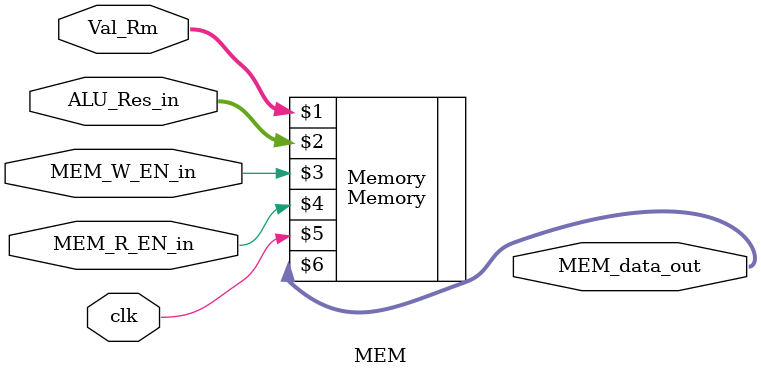
<source format=v>
module MEM(input clk,input  MEM_R_EN_in, input MEM_W_EN_in,input [31 : 0] ALU_Res_in, input [31 : 0] Val_Rm,output [31 : 0] MEM_data_out);

	Memory Memory(Val_Rm, ALU_Res_in, MEM_W_EN_in, MEM_R_EN_in, clk, MEM_data_out);
endmodule


</source>
